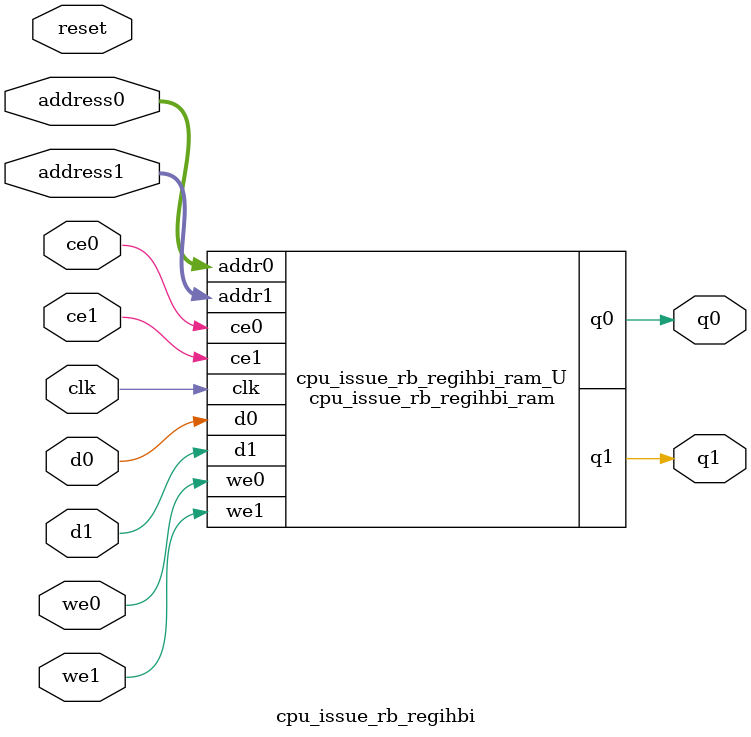
<source format=v>

`timescale 1 ns / 1 ps
module cpu_issue_rb_regihbi_ram (addr0, ce0, d0, we0, q0, addr1, ce1, d1, we1, q1,  clk);

parameter DWIDTH = 1;
parameter AWIDTH = 5;
parameter MEM_SIZE = 32;

input[AWIDTH-1:0] addr0;
input ce0;
input[DWIDTH-1:0] d0;
input we0;
output reg[DWIDTH-1:0] q0;
input[AWIDTH-1:0] addr1;
input ce1;
input[DWIDTH-1:0] d1;
input we1;
output reg[DWIDTH-1:0] q1;
input clk;

(* ram_style = "block" *)reg [DWIDTH-1:0] ram[0:MEM_SIZE-1];




always @(posedge clk)  
begin 
    if (ce0) 
    begin
        if (we0) 
        begin 
            ram[addr0] <= d0; 
            q0 <= d0;
        end 
        else 
            q0 <= ram[addr0];
    end
end


always @(posedge clk)  
begin 
    if (ce1) 
    begin
        if (we1) 
        begin 
            ram[addr1] <= d1; 
            q1 <= d1;
        end 
        else 
            q1 <= ram[addr1];
    end
end


endmodule


`timescale 1 ns / 1 ps
module cpu_issue_rb_regihbi(
    reset,
    clk,
    address0,
    ce0,
    we0,
    d0,
    q0,
    address1,
    ce1,
    we1,
    d1,
    q1);

parameter DataWidth = 32'd1;
parameter AddressRange = 32'd32;
parameter AddressWidth = 32'd5;
input reset;
input clk;
input[AddressWidth - 1:0] address0;
input ce0;
input we0;
input[DataWidth - 1:0] d0;
output[DataWidth - 1:0] q0;
input[AddressWidth - 1:0] address1;
input ce1;
input we1;
input[DataWidth - 1:0] d1;
output[DataWidth - 1:0] q1;



cpu_issue_rb_regihbi_ram cpu_issue_rb_regihbi_ram_U(
    .clk( clk ),
    .addr0( address0 ),
    .ce0( ce0 ),
    .we0( we0 ),
    .d0( d0 ),
    .q0( q0 ),
    .addr1( address1 ),
    .ce1( ce1 ),
    .we1( we1 ),
    .d1( d1 ),
    .q1( q1 ));

endmodule


</source>
